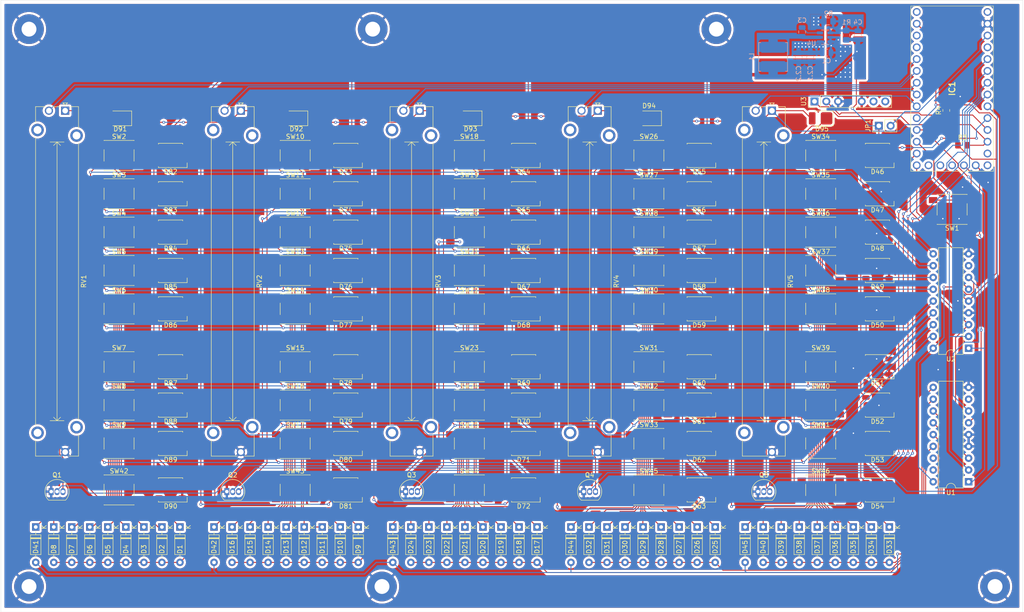
<source format=kicad_pcb>
(kicad_pcb
	(version 20240108)
	(generator "pcbnew")
	(generator_version "8.0")
	(general
		(thickness 1.6)
		(legacy_teardrops no)
	)
	(paper "A4")
	(layers
		(0 "F.Cu" signal)
		(31 "B.Cu" signal)
		(32 "B.Adhes" user "B.Adhesive")
		(33 "F.Adhes" user "F.Adhesive")
		(34 "B.Paste" user)
		(35 "F.Paste" user)
		(36 "B.SilkS" user "B.Silkscreen")
		(37 "F.SilkS" user "F.Silkscreen")
		(38 "B.Mask" user)
		(39 "F.Mask" user)
		(40 "Dwgs.User" user "User.Drawings")
		(41 "Cmts.User" user "User.Comments")
		(42 "Eco1.User" user "User.Eco1")
		(43 "Eco2.User" user "User.Eco2")
		(44 "Edge.Cuts" user)
		(45 "Margin" user)
		(46 "B.CrtYd" user "B.Courtyard")
		(47 "F.CrtYd" user "F.Courtyard")
		(48 "B.Fab" user)
		(49 "F.Fab" user)
		(50 "User.1" user)
		(51 "User.2" user)
		(52 "User.3" user)
		(53 "User.4" user)
		(54 "User.5" user)
		(55 "User.6" user)
		(56 "User.7" user)
		(57 "User.8" user)
		(58 "User.9" user)
	)
	(setup
		(pad_to_mask_clearance 0)
		(allow_soldermask_bridges_in_footprints no)
		(pcbplotparams
			(layerselection 0x00010fc_ffffffff)
			(plot_on_all_layers_selection 0x0000000_00000000)
			(disableapertmacros no)
			(usegerberextensions no)
			(usegerberattributes yes)
			(usegerberadvancedattributes yes)
			(creategerberjobfile yes)
			(dashed_line_dash_ratio 12.000000)
			(dashed_line_gap_ratio 3.000000)
			(svgprecision 4)
			(plotframeref no)
			(viasonmask no)
			(mode 1)
			(useauxorigin no)
			(hpglpennumber 1)
			(hpglpenspeed 20)
			(hpglpendiameter 15.000000)
			(pdf_front_fp_property_popups yes)
			(pdf_back_fp_property_popups yes)
			(dxfpolygonmode yes)
			(dxfimperialunits yes)
			(dxfusepcbnewfont yes)
			(psnegative no)
			(psa4output no)
			(plotreference yes)
			(plotvalue yes)
			(plotfptext yes)
			(plotinvisibletext no)
			(sketchpadsonfab no)
			(subtractmaskfromsilk no)
			(outputformat 1)
			(mirror no)
			(drillshape 0)
			(scaleselection 1)
			(outputdirectory "Gerbers/")
		)
	)
	(net 0 "")
	(net 1 "Ext Gnd")
	(net 2 "Net-(U3-Vout)")
	(net 3 "5v")
	(net 4 "Net-(U4-SW)")
	(net 5 "Net-(U4-BST)")
	(net 6 "Net-(U4-FB)")
	(net 7 "Net-(D1-K)")
	(net 8 "Column1")
	(net 9 "Net-(D2-K)")
	(net 10 "Net-(D3-K)")
	(net 11 "Net-(D4-K)")
	(net 12 "Net-(D5-K)")
	(net 13 "Net-(D6-K)")
	(net 14 "Net-(D7-K)")
	(net 15 "Net-(D8-K)")
	(net 16 "Net-(D9-K)")
	(net 17 "Column2")
	(net 18 "Net-(D10-K)")
	(net 19 "Net-(D11-K)")
	(net 20 "Net-(D12-K)")
	(net 21 "Net-(D13-K)")
	(net 22 "Net-(D14-K)")
	(net 23 "Net-(D15-K)")
	(net 24 "Net-(D16-K)")
	(net 25 "Net-(D17-K)")
	(net 26 "Column3")
	(net 27 "Net-(D18-K)")
	(net 28 "Net-(D19-K)")
	(net 29 "Net-(D20-K)")
	(net 30 "Net-(D21-K)")
	(net 31 "Net-(D22-K)")
	(net 32 "Net-(D23-K)")
	(net 33 "Net-(D24-K)")
	(net 34 "Column4")
	(net 35 "Net-(D25-K)")
	(net 36 "Net-(D26-K)")
	(net 37 "Net-(D27-K)")
	(net 38 "Net-(D28-K)")
	(net 39 "Net-(D29-K)")
	(net 40 "Net-(D30-K)")
	(net 41 "Net-(D31-K)")
	(net 42 "Net-(D32-K)")
	(net 43 "Net-(D33-K)")
	(net 44 "Column5")
	(net 45 "Net-(D34-K)")
	(net 46 "Net-(D35-K)")
	(net 47 "Net-(D36-K)")
	(net 48 "Net-(D37-K)")
	(net 49 "Net-(D38-K)")
	(net 50 "Net-(D39-K)")
	(net 51 "Net-(D40-K)")
	(net 52 "Column6")
	(net 53 "Net-(D41-K)")
	(net 54 "Net-(D42-K)")
	(net 55 "Net-(D43-K)")
	(net 56 "Net-(D44-K)")
	(net 57 "Net-(D45-K)")
	(net 58 "Net-(D46-DOUT)")
	(net 59 "NeoPixel")
	(net 60 "Net-(D47-DOUT)")
	(net 61 "Net-(D48-DOUT)")
	(net 62 "Net-(D49-DOUT)")
	(net 63 "Net-(D50-DOUT)")
	(net 64 "Net-(D51-DOUT)")
	(net 65 "Net-(D52-DOUT)")
	(net 66 "Net-(D53-DOUT)")
	(net 67 "Net-(D54-DOUT)")
	(net 68 "Net-(D55-DOUT)")
	(net 69 "Net-(D56-DOUT)")
	(net 70 "Net-(D57-DOUT)")
	(net 71 "Net-(D58-DOUT)")
	(net 72 "Net-(D59-DOUT)")
	(net 73 "Net-(D60-DOUT)")
	(net 74 "Net-(D61-DOUT)")
	(net 75 "Net-(D62-DOUT)")
	(net 76 "Net-(D63-DOUT)")
	(net 77 "Net-(D64-DOUT)")
	(net 78 "Net-(D65-DOUT)")
	(net 79 "Net-(D66-DOUT)")
	(net 80 "Net-(D67-DOUT)")
	(net 81 "Net-(D68-DOUT)")
	(net 82 "Net-(D69-DOUT)")
	(net 83 "Net-(D70-DOUT)")
	(net 84 "Net-(D71-DOUT)")
	(net 85 "Net-(D72-DOUT)")
	(net 86 "Net-(D73-DOUT)")
	(net 87 "Net-(D74-DOUT)")
	(net 88 "Net-(D75-DOUT)")
	(net 89 "Net-(D76-DOUT)")
	(net 90 "Net-(D77-DOUT)")
	(net 91 "Net-(D78-DOUT)")
	(net 92 "Net-(D79-DOUT)")
	(net 93 "Net-(D80-DOUT)")
	(net 94 "Net-(D81-DOUT)")
	(net 95 "Net-(D82-DOUT)")
	(net 96 "Net-(D83-DOUT)")
	(net 97 "Net-(D84-DOUT)")
	(net 98 "Net-(D85-DOUT)")
	(net 99 "Net-(D86-DOUT)")
	(net 100 "Net-(D87-DOUT)")
	(net 101 "Net-(D88-DOUT)")
	(net 102 "Net-(D89-DOUT)")
	(net 103 "3v3")
	(net 104 "Net-(D91-K)")
	(net 105 "Net-(D92-K)")
	(net 106 "Net-(D93-K)")
	(net 107 "Net-(D94-K)")
	(net 108 "Net-(D95-K)")
	(net 109 "SDA")
	(net 110 "unconnected-(IC1-RESET_1-Pad16)")
	(net 111 "unconnected-(IC1-A5-Pad10)")
	(net 112 "Ch2Zero")
	(net 113 "Pot2")
	(net 114 "unconnected-(IC1-RST-Pad1)")
	(net 115 "Recovery")
	(net 116 "unconnected-(IC1-VHI-Pad4)")
	(net 117 "Ch4Zero")
	(net 118 "Ch1Zero")
	(net 119 "Ch5Zero")
	(net 120 "Pot1")
	(net 121 "SPI_POCI")
	(net 122 "Pot3")
	(net 123 "unconnected-(IC1-RX-Pad20)")
	(net 124 "Ch3Zero")
	(net 125 "unconnected-(IC1-BAT-Pad33)")
	(net 126 "SPI_PICO")
	(net 127 "SCL")
	(net 128 "SPI_SCK")
	(net 129 "unconnected-(IC1-13-Pad30)")
	(net 130 "Pot4")
	(net 131 "unconnected-(IC1-AREF-Pad3)")
	(net 132 "unconnected-(IC1-TX-Pad21)")
	(net 133 "Pot5")
	(net 134 "unconnected-(IC1-RESET_2-Pad17)")
	(net 135 "unconnected-(IC1-EN-Pad15)")
	(net 136 "USB_5v")
	(net 137 "Row1")
	(net 138 "Row2")
	(net 139 "Row3")
	(net 140 "Row4")
	(net 141 "Row5")
	(net 142 "Row6")
	(net 143 "Row7")
	(net 144 "Row8")
	(net 145 "ExpReset")
	(net 146 "unconnected-(U1-INT-Pad8)")
	(net 147 "unconnected-(U1-GP7-Pad17)")
	(net 148 "unconnected-(U1-GP6-Pad16)")
	(net 149 "unconnected-(U2-INT-Pad8)")
	(net 150 "unconnected-(U3-D+-Pad6)")
	(net 151 "unconnected-(U3-D--Pad5)")
	(net 152 "unconnected-(D90-DOUT-Pad3)")
	(net 153 "MCP_CS")
	(footprint "Potentiometer_THT:Potentiometer_Bourns_PTA6043_Single_Slide" (layer "F.Cu") (at 47.789064 51.555 -90))
	(footprint "Diode_THT:D_DO-35_SOD27_P7.62mm_Horizontal" (layer "F.Cu") (at 160.56875 141.19 -90))
	(footprint "LED_SMD:LED_LiteOn_LTST-E563C_PLCC4_5.0x5.0mm_P3.2mm_HandSoldering" (layer "F.Cu") (at 222.685936 123.205 180))
	(footprint "ControlMixer:SW_Push_1P1T_NO_6x6mm" (layer "F.Cu") (at 173.4625 106.685))
	(footprint "Diode_THT:D_DO-35_SOD27_P7.62mm_Horizontal" (layer "F.Cu") (at 83.71875 141.19 -90))
	(footprint "ControlMixer:SW_Push_1P1T_NO_6x6mm" (layer "F.Cu") (at 210.4625 85.965))
	(footprint "ControlMixer:SW_Push_1P1T_NO_6x6mm" (layer "F.Cu") (at 210.4625 106.685))
	(footprint "ControlMixer:SW_Push_1P1T_NO_6x6mm" (layer "F.Cu") (at 59.389064 69.445))
	(footprint "Potentiometer_THT:Potentiometer_Bourns_PTA6043_Single_Slide" (layer "F.Cu") (at 85.6125 51.555 -90))
	(footprint "Diode_THT:D_DO-35_SOD27_P7.62mm_Horizontal" (layer "F.Cu") (at 60.85625 141.19 -90))
	(footprint "Diode_THT:D_DO-35_SOD27_P7.62mm_Horizontal" (layer "F.Cu") (at 91.48125 141.19 -90))
	(footprint "Diode_THT:D_DO-35_SOD27_P7.62mm_Horizontal" (layer "F.Cu") (at 103.125 141.19 -90))
	(footprint "Diode_THT:D_DO-35_SOD27_P7.62mm_Horizontal" (layer "F.Cu") (at 133.8625 141.19 -90))
	(footprint "LED_SMD:LED_LiteOn_LTST-E563C_PLCC4_5.0x5.0mm_P3.2mm_HandSoldering" (layer "F.Cu") (at 222.685936 85.965 180))
	(footprint "ControlMixer:SW_Push_1P1T_NO_6x6mm" (layer "F.Cu") (at 134.8125 114.945))
	(footprint "ControlMixer:SW_Push_1P1T_NO_6x6mm" (layer "F.Cu") (at 210.4625 123.205))
	(footprint "LED_SMD:LED_LiteOn_LTST-E563C_PLCC4_5.0x5.0mm_P3.2mm_HandSoldering" (layer "F.Cu") (at 222.685936 114.945 180))
	(footprint "LED_SMD:LED_LiteOn_LTST-E563C_PLCC4_5.0x5.0mm_P3.2mm_HandSoldering" (layer "F.Cu") (at 108.2125 85.965 180))
	(footprint "ControlMixer:SW_Push_1P1T_NO_6x6mm" (layer "F.Cu") (at 59.389064 123.205))
	(footprint "ControlMixer:SW_Push_1P1T_NO_6x6mm" (layer "F.Cu") (at 210.4625 69.445))
	(footprint "LED_SMD:LED_LiteOn_LTST-E563C_PLCC4_5.0x5.0mm_P3.2mm_HandSoldering" (layer "F.Cu") (at 146.501562 77.705 180))
	(footprint "Diode_THT:D_DO-35_SOD27_P7.62mm_Horizontal" (layer "F.Cu") (at 213.59375 141.19 -90))
	(footprint "Diode_THT:D_DO-35_SOD27_P7.62mm_Horizontal" (layer "F.Cu") (at 217.475 141.19 -90))
	(footprint "ControlMixer:SW_Push_1P1T_NO_6x6mm" (layer "F.Cu") (at 59.389064 133.205))
	(footprint "Diode_THT:D_DO-35_SOD27_P7.62mm_Horizontal" (layer "F.Cu") (at 56.975 141.19 -90))
	(footprint "ControlMixer:SW_Push_1P1T_NO_6x6mm" (layer "F.Cu") (at 173.4625 94.225))
	(footprint "LED_SMD:LED_LiteOn_LTST-E563C_PLCC4_5.0x5.0mm_P3.2mm_HandSoldering" (layer "F.Cu") (at 222.685936 69.445 180))
	(footprint "Diode_THT:D_DO-35_SOD27_P7.62mm_Horizontal" (layer "F.Cu") (at 110.8875 141.19 -90))
	(footprint "LED_SMD:LED_LiteOn_LTST-E563C_PLCC4_5.0x5.0mm_P3.2mm_HandSoldering" (layer "F.Cu") (at 184.3 61.185 180))
	(footprint "ControlMixer:SW_Push_1P1T_NO_6x6mm" (layer "F.Cu") (at 59.389064 85.965))
	(footprint "Diode_THT:D_DO-35_SOD27_P7.62mm_Horizontal"
		(layer "F.Cu")
		(uuid "20bc884d-9c9c-4491-95f7-00c078e0aae5")
		(at 179.975 141.19 -90)
		(descr "Diode, DO-35_SOD27 series, Axial, Horizontal, pin pitch=7.62mm, , length*diameter=4*2mm^2, , http://www.diodes.com/_files/packages/DO-35.pdf")
		(tags "Diode DO-35_SOD27 series Axial Horizontal pin pitch 7.62mm  length 4mm diameter 2mm")
		(property "Reference" "D27"
			(at 4.31 0 90)
			(layer "F.SilkS")
			(uuid "78e4d830-1a7a-46c4-a091-8f1312c851b4")
			(effects
				(font
					(size 1 1)
					(thickness 0.15)
				)
			)
		)
		(property "Value" "1N4148"
			(at 3.81 2.12 90)
			(layer "F.Fab")
			(uuid "42a4fc1c-1ad1-4cfb-b0fd-69079db63dfe")
			(effects
				(font
					(size 1 1)
					(thickness 0.15)
				)
			)
		)
		(property "Footprint" "Diode_THT:D_DO-35_SOD27_P7.62mm_Horizontal"
			(at 0 0 -90)
			(unlocked yes)
			(layer "F.Fab")
			(hide yes)
			(uuid "ec3060f6-8424-4078-ab39-3de537602110")
			(effects
				(font
					(size 1.27 1.27)
				)
			)
		)
		(property "Datasheet" "https://assets.nexperi
... [2309956 chars truncated]
</source>
